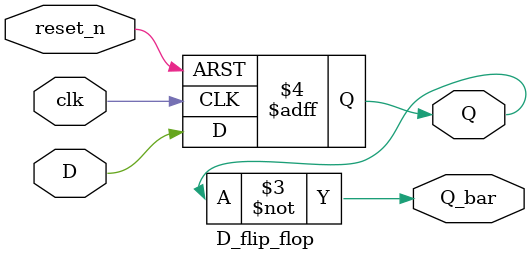
<source format=v>
module D_flip_flop(
    input   wire D,
    input   wire clk,
    input   wire reset_n,
    output  reg  Q,
    output  wire Q_bar  
);

    always @(posedge clk or negedge reset_n) begin
        if(!reset_n)
            Q <= 1'b0;
        else
            Q <= D;
    end
    assign Q_bar = ~Q;
endmodule
        
</source>
